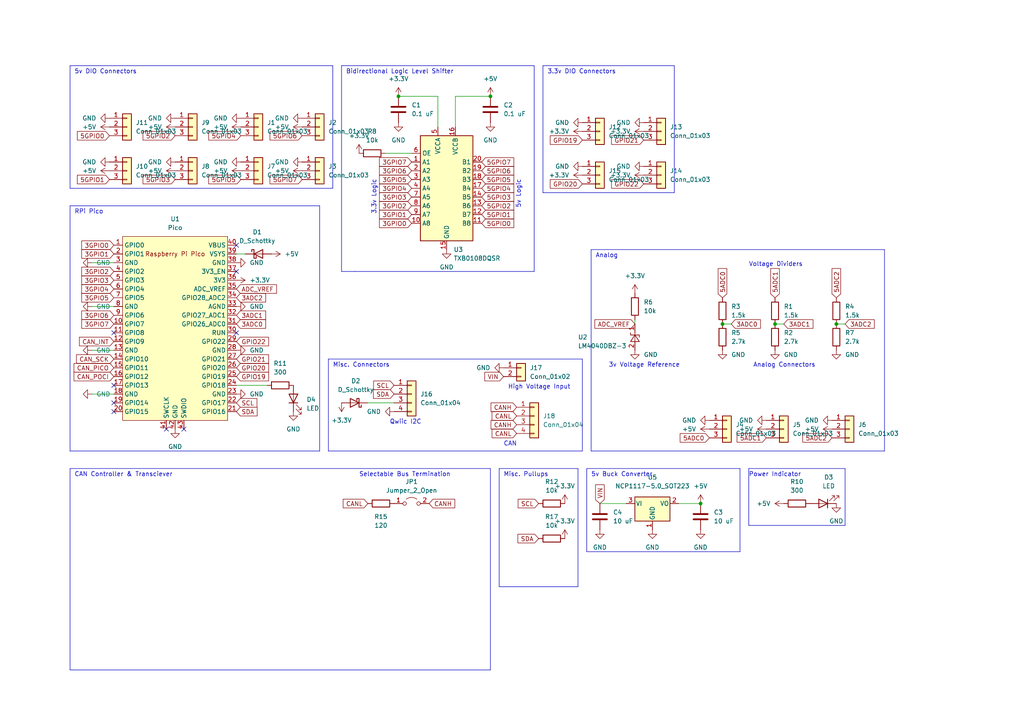
<source format=kicad_sch>
(kicad_sch (version 20230121) (generator eeschema)
  (paper "A4")
  (junction (at -31.75 153.67))
  (junction (at -72.39 156.21))
  (junction (at 242.57 93.98))
  (junction (at 209.55 93.98))
  (junction (at -26.67 153.67))
  (junction (at 115.57 27.94))
  (junction (at 142.24 27.94))
  (junction (at 203.2 146.05))
  (junction (at 224.79 93.98))
  (junction (at -26.67 143.51))
  (no_connect (at 68.58 71.12))
  (no_connect (at 33.02 111.76))
  (no_connect (at -57.15 185.42))
  (no_connect (at -57.15 182.88))
  (no_connect (at 53.34 124.46))
  (no_connect (at 33.02 96.52))
  (no_connect (at 33.02 119.38))
  (no_connect (at -57.15 175.26))
  (no_connect (at 48.26 124.46))
  (no_connect (at 33.02 116.84))
  (no_connect (at 68.58 96.52))
  (no_connect (at 68.58 78.74))
  (wire (pts (xy 71.12 73.66) (xy 68.58 73.66)))
  (polyline (pts (xy 256.54 72.39) (xy 256.54 130.81)))
  (polyline (pts (xy 102.87 78.74) (xy 154.94 78.74)))
  (polyline (pts (xy 214.63 135.89) (xy 214.63 160.02)))
  (wire (pts (xy -26.67 143.51) (xy -26.67 140.97)))
  (wire (pts (xy 173.99 146.05) (xy 181.61 146.05)))
  (polyline (pts (xy 99.06 78.74) (xy 102.87 78.74)))
  (polyline (pts (xy 142.24 194.31) (xy 142.24 135.89)))
  (wire (pts (xy -26.67 143.51) (xy -19.05 143.51)))
  (polyline (pts (xy 154.94 19.05) (xy 99.06 19.05)))
  (wire (pts (xy -26.67 153.67) (xy -26.67 165.1)))
  (wire (pts (xy -34.29 143.51) (xy -26.67 143.51)))
  (polyline (pts (xy 96.52 19.05) (xy 20.32 19.05)))
  (polyline (pts (xy 20.32 54.61) (xy 96.52 54.61)))
  (polyline (pts (xy 170.18 135.89) (xy 214.63 135.89)))
  (wire (pts (xy -34.29 135.89) (xy -30.48 135.89)))
  (polyline (pts (xy 217.17 152.4) (xy 245.11 152.4)))
  (polyline (pts (xy 195.58 19.05) (xy 157.48 19.05)))
  (polyline (pts (xy 217.17 135.89) (xy 217.17 152.4)))
  (polyline (pts (xy 92.71 130.81) (xy 20.32 130.81)))
  (wire (pts (xy -31.75 153.67) (xy -31.75 167.64)))
  (polyline (pts (xy -100.33 123.19) (xy -100.33 212.09)))
  (wire (pts (xy 227.33 93.98) (xy 224.79 93.98)))
  (polyline (pts (xy 95.25 104.14) (xy 168.91 104.14)))
  (wire (pts (xy -29.21 165.1) (xy -26.67 165.1)))
  (wire (pts (xy 106.68 116.84) (xy 114.3 116.84)))
  (wire (pts (xy -22.86 135.89) (xy -19.05 135.89)))
  (wire (pts (xy -72.39 156.21) (xy -72.39 165.1)))
  (polyline (pts (xy 95.25 130.81) (xy 95.25 104.14)))
  (wire (pts (xy 142.24 27.94) (xy 132.08 27.94)))
  (polyline (pts (xy 168.91 104.14) (xy 168.91 130.81)))
  (polyline (pts (xy 20.32 59.69) (xy 92.71 59.69)))
  (polyline (pts (xy 171.45 130.81) (xy 171.45 72.39)))
  (polyline (pts (xy 20.32 194.31) (xy 142.24 194.31)))
  (polyline (pts (xy 168.91 130.81) (xy 95.25 130.81)))
  (polyline (pts (xy 171.45 72.39) (xy 256.54 72.39)))
  (wire (pts (xy -26.67 153.67) (xy -24.13 153.67)))
  (wire (pts (xy 26.67 114.3) (xy 33.02 114.3)))
  (polyline (pts (xy 20.32 19.05) (xy 20.32 54.61)))
  (wire (pts (xy 212.09 93.98) (xy 209.55 93.98)))
  (polyline (pts (xy 20.32 135.89) (xy 20.32 194.31)))
  (wire (pts (xy 132.08 27.94) (xy 132.08 36.83)))
  (polyline (pts (xy 167.64 170.18) (xy 167.64 135.89)))
  (polyline (pts (xy 144.78 170.18) (xy 167.64 170.18)))
  (polyline (pts (xy 214.63 160.02) (xy 170.18 160.02)))
  (wire (pts (xy 26.67 88.9) (xy 33.02 88.9)))
  (polyline (pts (xy -10.16 123.19) (xy -100.33 123.19)))
  (polyline (pts (xy -100.33 212.09) (xy -8.89 212.09)))
  (wire (pts (xy 127 27.94) (xy 127 36.83)))
  (wire (pts (xy 115.57 27.94) (xy 127 27.94)))
  (polyline (pts (xy 256.54 130.81) (xy 171.45 130.81)))
  (polyline (pts (xy 144.78 135.89) (xy 144.78 170.18)))
  (polyline (pts (xy 20.32 130.81) (xy 20.32 59.69)))
  (wire (pts (xy -34.29 153.67) (xy -31.75 153.67)))
  (polyline (pts (xy 195.58 55.88) (xy 195.58 19.05)))
  (polyline (pts (xy -8.89 212.09) (xy -8.89 123.19)))
  (wire (pts (xy 26.67 76.2) (xy 33.02 76.2)))
  (polyline (pts (xy 99.06 19.05) (xy 99.06 78.74)))
  (wire (pts (xy -76.2 156.21) (xy -72.39 156.21)))
  (wire (pts (xy -29.21 165.1) (xy -29.21 167.64)))
  (polyline (pts (xy 154.94 78.74) (xy 154.94 19.05)))
  (wire (pts (xy 77.47 111.76) (xy 68.58 111.76)))
  (polyline (pts (xy 144.78 135.89) (xy 167.64 135.89)))
  (polyline (pts (xy -10.16 123.19) (xy -8.89 123.19)))
  (wire (pts (xy 26.67 101.6) (xy 33.02 101.6)))
  (polyline (pts (xy 142.24 135.89) (xy 20.32 135.89)))
  (wire (pts (xy 196.85 146.05) (xy 203.2 146.05)))
  (polyline (pts (xy 245.11 152.4) (xy 245.11 135.89)))
  (wire (pts (xy -88.9 175.26) (xy -87.63 175.26)))
  (polyline (pts (xy 245.11 135.89) (xy 217.17 135.89)))
  (polyline (pts (xy 157.48 19.05) (xy 157.48 55.88)))
  (wire (pts (xy -88.9 176.53) (xy -88.9 175.26)))
  (wire (pts (xy 184.15 92.71) (xy 184.15 93.98)))
  (polyline (pts (xy 157.48 55.88) (xy 195.58 55.88)))
  (polyline (pts (xy 96.52 54.61) (xy 96.52 19.05)))
  (polyline (pts (xy 92.71 59.69) (xy 92.71 130.81)))
  (wire (pts (xy 245.11 93.98) (xy 242.57 93.98)))
  (wire (pts (xy 111.76 44.45) (xy 119.38 44.45)))
  (polyline (pts (xy 170.18 135.89) (xy 170.18 160.02)))
  (text "Selectable Bus Termination" (at 104.14 138.43 0) (effects (font (size 1.27 1.27)) (justify left bottom)))
  (text "Power Indicator" (at 217.17 138.43 0) (effects (font (size 1.27 1.27)) (justify left bottom)))
  (text "Qwiic I2C" (at 113.03 123.19 0) (effects (font (size 1.27 1.27)) (justify left bottom)))
  (text "RPi Pico" (at 21.59 62.23 0) (effects (font (size 1.27 1.27)) (justify left bottom)))
  (text "5v Logic" (at 151.13 52.07 90) (effects (font (size 1.27 1.27)) (justify right bottom)))
  (text "High Voltage Input" (at 147.32 113.03 0) (effects (font (size 1.27 1.27)) (justify left bottom)))
  (text "5v Buck Converter" (at 171.45 138.43 0) (effects (font (size 1.27 1.27)) (justify left bottom)))
  (text "CAN Controller & Transciever" (at 21.59 138.43 0) (effects (font (size 1.27 1.27)) (justify left bottom)))
  (text "3v Voltage Reference" (at 176.53 106.68 0) (effects (font (size 1.27 1.27)) (justify left bottom)))
  (text "Analog Connectors" (at 218.44 106.68 0) (effects (font (size 1.27 1.27)) (justify left bottom)))
  (text "Voltage Dividers" (at 217.17 77.47 0) (effects (font (size 1.27 1.27)) (justify left bottom)))
  (text "3.3v DIO Connectors" (at 158.75 21.59 0) (effects (font (size 1.27 1.27)) (justify left bottom)))
  (text "Bidirectional Logic Level Shifter" (at 100.33 21.59 0) (effects (font (size 1.27 1.27)) (justify left bottom)))
  (text "Analog" (at 172.72 74.93 0) (effects (font (size 1.27 1.27)) (justify left bottom)))
  (text "CAN Transciever & Connector" (at -97.79 125.73 0) (effects (font (size 1.27 1.27)) (justify left bottom)))
  (text "5v DIO Connectors" (at 21.59 21.59 0) (effects (font (size 1.27 1.27)) (justify left bottom)))
  (text "CAN" (at 146.05 129.54 0) (effects (font (size 1.27 1.27)) (justify left bottom)))
  (text "3.3v Logic" (at 109.22 52.07 90) (effects (font (size 1.27 1.27)) (justify right bottom)))
  (text "Misc. Connectors" (at 96.52 106.68 0) (effects (font (size 1.27 1.27)) (justify left bottom)))
  (text "Misc. Pullups" (at 146.05 138.43 0) (effects (font (size 1.27 1.27)) (justify left bottom)))
  (label "CAN_CS" (at -88.9 176.53 180))
  (label "CAN_CLK_A" (at -87.63 182.88 180))
  (label "CAN_CLK_A" (at -34.29 135.89 180))
  (label "RXCAN" (at -41.91 175.26 180))
  (label "TXCAN" (at -57.15 172.72 0))
  (label "TXCAN" (at -41.91 172.72 180))
  (label "CAN_CLK_B" (at -19.05 135.89 0))
  (label "CAN_CLK_B" (at -87.63 185.42 180))
  (label "RXCAN" (at -57.15 170.18 0))
  (global_label "5GPIO4" (shape input) (at 69.85 39.37 180) (property "Intersheetrefs" "${INTERSHEET_REFS}" (effects hide)))
  (global_label "5GPIO6" (shape input) (at 139.7 49.53 0) (property "Intersheetrefs" "${INTERSHEET_REFS}" (effects hide)))
  (global_label "3GPIO7" (shape input) (at 33.02 93.98 180) (property "Intersheetrefs" "${INTERSHEET_REFS}" (effects hide)))
  (global_label "3GPIO2" (shape input) (at 119.38 59.69 180) (property "Intersheetrefs" "${INTERSHEET_REFS}" (effects hide)))
  (global_label "SCL" (shape input) (at 114.3 111.76 180) (property "Intersheetrefs" "${INTERSHEET_REFS}" (effects hide)))
  (global_label "GPIO22" (shape input) (at 186.69 53.34 180) (property "Intersheetrefs" "${INTERSHEET_REFS}" (effects hide)))
  (global_label "5GPIO0" (shape input) (at 31.75 39.37 180) (property "Intersheetrefs" "${INTERSHEET_REFS}" (effects hide)))
  (global_label "5GPIO7" (shape input) (at 139.7 46.99 0) (property "Intersheetrefs" "${INTERSHEET_REFS}" (effects hide)))
  (global_label "SDA" (shape input) (at 114.3 114.3 180) (property "Intersheetrefs" "${INTERSHEET_REFS}" (effects hide)))
  (global_label "3ADC2" (shape input) (at 68.58 86.36 0) (property "Intersheetrefs" "${INTERSHEET_REFS}" (effects hide)))
  (global_label "3GPIO7" (shape input) (at 119.38 46.99 180) (property "Intersheetrefs" "${INTERSHEET_REFS}" (effects hide)))
  (global_label "CAN_PICO" (shape input) (at -87.63 170.18 180) (property "Intersheetrefs" "${INTERSHEET_REFS}" (effects hide)))
  (global_label "5GPIO2" (shape input) (at 139.7 59.69 0) (property "Intersheetrefs" "${INTERSHEET_REFS}" (effects hide)))
  (global_label "3GPIO2" (shape input) (at 33.02 78.74 180) (property "Intersheetrefs" "${INTERSHEET_REFS}" (effects hide)))
  (global_label "GPIO21" (shape input) (at 68.58 104.14 0) (property "Intersheetrefs" "${INTERSHEET_REFS}" (effects hide)))
  (global_label "5GPIO3" (shape input) (at 139.7 57.15 0) (property "Intersheetrefs" "${INTERSHEET_REFS}" (effects hide)))
  (global_label "5GPIO3" (shape input) (at 50.8 52.07 180) (property "Intersheetrefs" "${INTERSHEET_REFS}" (effects hide)))
  (global_label "3GPIO4" (shape input) (at 33.02 83.82 180) (property "Intersheetrefs" "${INTERSHEET_REFS}" (effects hide)))
  (global_label "CAN_SCK" (shape input) (at -87.63 177.8 180) (property "Intersheetrefs" "${INTERSHEET_REFS}" (effects hide)))
  (global_label "3ADC1" (shape input) (at 68.58 91.44 0) (property "Intersheetrefs" "${INTERSHEET_REFS}" (effects hide)))
  (global_label "3GPIO4" (shape input) (at 119.38 54.61 180) (property "Intersheetrefs" "${INTERSHEET_REFS}" (effects hide)))
  (global_label "3GPIO1" (shape input) (at 119.38 62.23 180) (property "Intersheetrefs" "${INTERSHEET_REFS}" (effects hide)))
  (global_label "CANH" (shape input) (at -16.51 175.26 0) (property "Intersheetrefs" "${INTERSHEET_REFS}" (effects hide)))
  (global_label "CANH" (shape input) (at 149.86 123.19 180) (property "Intersheetrefs" "${INTERSHEET_REFS}" (effects hide)))
  (global_label "3GPIO6" (shape input) (at 119.38 49.53 180) (property "Intersheetrefs" "${INTERSHEET_REFS}" (effects hide)))
  (global_label "GPIO19" (shape input) (at 168.91 40.64 180) (property "Intersheetrefs" "${INTERSHEET_REFS}" (effects hide)))
  (global_label "3ADC2" (shape input) (at 245.11 93.98 0) (property "Intersheetrefs" "${INTERSHEET_REFS}" (effects hide)))
  (global_label "SCL" (shape input) (at 68.58 116.84 0) (property "Intersheetrefs" "${INTERSHEET_REFS}" (effects hide)))
  (global_label "3GPIO5" (shape input) (at 119.38 52.07 180) (property "Intersheetrefs" "${INTERSHEET_REFS}" (effects hide)))
  (global_label "ADC_VREF" (shape input) (at 68.58 83.82 0) (property "Intersheetrefs" "${INTERSHEET_REFS}" (effects hide)))
  (global_label "VIN" (shape input) (at 146.05 109.22 180) (property "Intersheetrefs" "${INTERSHEET_REFS}" (effects hide)))
  (global_label "CANH" (shape input) (at 149.86 118.11 180) (property "Intersheetrefs" "${INTERSHEET_REFS}" (effects hide)))
  (global_label "3GPIO3" (shape input) (at 119.38 57.15 180) (property "Intersheetrefs" "${INTERSHEET_REFS}" (effects hide)))
  (global_label "3ADC1" (shape input) (at 227.33 93.98 0) (property "Intersheetrefs" "${INTERSHEET_REFS}" (effects hide)))
  (global_label "5GPIO5" (shape input) (at 69.85 52.07 180) (property "Intersheetrefs" "${INTERSHEET_REFS}" (effects hide)))
  (global_label "3ADC0" (shape input) (at 212.09 93.98 0) (property "Intersheetrefs" "${INTERSHEET_REFS}" (effects hide)))
  (global_label "SDA" (shape input) (at 156.21 156.21 180) (property "Intersheetrefs" "${INTERSHEET_REFS}" (effects hide)))
  (global_label "CANL" (shape input) (at -90.17 195.58 180) (property "Intersheetrefs" "${INTERSHEET_REFS}" (effects hide)))
  (global_label "5GPIO4" (shape input) (at 139.7 54.61 0) (property "Intersheetrefs" "${INTERSHEET_REFS}" (effects hide)))
  (global_label "5GPIO2" (shape input) (at 50.8 39.37 180) (property "Intersheetrefs" "${INTERSHEET_REFS}" (effects hide)))
  (global_label "GPIO20" (shape input) (at 168.91 53.34 180) (property "Intersheetrefs" "${INTERSHEET_REFS}" (effects hide)))
  (global_label "GPIO19" (shape input) (at 68.58 109.22 0) (property "Intersheetrefs" "${INTERSHEET_REFS}" (effects hide)))
  (global_label "5ADC1" (shape input) (at 224.79 86.36 90) (property "Intersheetrefs" "${INTERSHEET_REFS}" (effects hide)))
  (global_label "CANH" (shape input) (at -85.09 195.58 0) (property "Intersheetrefs" "${INTERSHEET_REFS}" (effects hide)))
  (global_label "5ADC0" (shape input) (at 209.55 86.36 90) (property "Intersheetrefs" "${INTERSHEET_REFS}" (effects hide)))
  (global_label "5GPIO1" (shape input) (at 31.75 52.07 180) (property "Intersheetrefs" "${INTERSHEET_REFS}" (effects hide)))
  (global_label "CANL" (shape input) (at 149.86 125.73 180) (property "Intersheetrefs" "${INTERSHEET_REFS}" (effects hide)))
  (global_label "5GPIO7" (shape input) (at 87.63 52.07 180) (property "Intersheetrefs" "${INTERSHEET_REFS}" (effects hide)))
  (global_label "5ADC1" (shape input) (at 222.25 127 180) (property "Intersheetrefs" "${INTERSHEET_REFS}" (effects hide)))
  (global_label "3GPIO0" (shape input) (at 33.02 71.12 180) (property "Intersheetrefs" "${INTERSHEET_REFS}" (effects hide)))
  (global_label "3GPIO3" (shape input) (at 33.02 81.28 180) (property "Intersheetrefs" "${INTERSHEET_REFS}" (effects hide)))
  (global_label "3GPIO6" (shape input) (at 33.02 91.44 180) (property "Intersheetrefs" "${INTERSHEET_REFS}" (effects hide)))
  (global_label "GPIO20" (shape input) (at 68.58 106.68 0) (property "Intersheetrefs" "${INTERSHEET_REFS}" (effects hide)))
  (global_label "SCL" (shape input) (at 156.21 146.05 180) (property "Intersheetrefs" "${INTERSHEET_REFS}" (effects hide)))
  (global_label "CAN_INT" (shape input) (at -57.15 180.34 0) (property "Intersheetrefs" "${INTERSHEET_REFS}" (effects hide)))
  (global_label "CAN_INT" (shape input) (at 33.02 99.06 180) (property "Intersheetrefs" "${INTERSHEET_REFS}" (effects hide)))
  (global_label "3ADC0" (shape input) (at 68.58 93.98 0) (property "Intersheetrefs" "${INTERSHEET_REFS}" (effects hide)))
  (global_label "CAN_PICO" (shape input) (at 33.02 106.68 180) (property "Intersheetrefs" "${INTERSHEET_REFS}" (effects hide)))
  (global_label "5ADC2" (shape input) (at 242.57 86.36 90) (property "Intersheetrefs" "${INTERSHEET_REFS}" (effects hide)))
  (global_label "CAN_POCI" (shape input) (at -87.63 172.72 180) (property "Intersheetrefs" "${INTERSHEET_REFS}" (effects hide)))
  (global_label "CAN_INT" (shape input) (at -46.99 204.47 0) (property "Intersheetrefs" "${INTERSHEET_REFS}" (effects hide)))
  (global_label "5GPIO0" (shape input) (at 139.7 64.77 0) (property "Intersheetrefs" "${INTERSHEET_REFS}" (effects hide)))
  (global_label "5GPIO6" (shape input) (at 87.63 39.37 180) (property "Intersheetrefs" "${INTERSHEET_REFS}" (effects hide)))
  (global_label "GPIO22" (shape input) (at 68.58 99.06 0) (property "Intersheetrefs" "${INTERSHEET_REFS}" (effects hide)))
  (global_label "CAN_SCK" (shape input) (at 33.02 104.14 180) (property "Intersheetrefs" "${INTERSHEET_REFS}" (effects hide)))
  (global_label "3GPIO1" (shape input) (at 33.02 73.66 180) (property "Intersheetrefs" "${INTERSHEET_REFS}" (effects hide)))
  (global_label "5ADC0" (shape input) (at 205.74 127 180) (property "Intersheetrefs" "${INTERSHEET_REFS}" (effects hide)))
  (global_label "CAN_POCI" (shape input) (at 33.02 109.22 180) (property "Intersheetrefs" "${INTERSHEET_REFS}" (effects hide)))
  (global_label "CANH" (shape input) (at 124.46 146.05 0) (property "Intersheetrefs" "${INTERSHEET_REFS}" (effects hide)))
  (global_label "SDA" (shape input) (at 68.58 119.38 0) (property "Intersheetrefs" "${INTERSHEET_REFS}" (effects hide)))
  (global_label "CANL" (shape input) (at -16.51 180.34 0) (property "Intersheetrefs" "${INTERSHEET_REFS}" (effects hide)))
  (global_label "5ADC2" (shape input) (at 241.3 127 180) (property "Intersheetrefs" "${INTERSHEET_REFS}" (effects hide)))
  (global_label "CAN_CS" (shape input) (at -46.99 196.85 0) (property "Intersheetrefs" "${INTERSHEET_REFS}" (effects hide)))
  (global_label "VIN" (shape input) (at 173.99 146.05 90) (property "Intersheetrefs" "${INTERSHEET_REFS}" (effects hide)))
  (global_label "3GPIO5" (shape input) (at 33.02 86.36 180) (property "Intersheetrefs" "${INTERSHEET_REFS}" (effects hide)))
  (global_label "CANL" (shape input) (at 106.68 146.05 180) (property "Intersheetrefs" "${INTERSHEET_REFS}" (effects hide)))
  (global_label "GPIO21" (shape input) (at 186.69 40.64 180) (property "Intersheetrefs" "${INTERSHEET_REFS}" (effects hide)))
  (global_label "5GPIO1" (shape input) (at 139.7 62.23 0) (property "Intersheetrefs" "${INTERSHEET_REFS}" (effects hide)))
  (global_label "3GPIO0" (shape input) (at 119.38 64.77 180) (property "Intersheetrefs" "${INTERSHEET_REFS}" (effects hide)))
  (global_label "CANL" (shape input) (at 149.86 120.65 180) (property "Intersheetrefs" "${INTERSHEET_REFS}" (effects hide)))
  (global_label "5GPIO5" (shape input) (at 139.7 52.07 0) (property "Intersheetrefs" "${INTERSHEET_REFS}" (effects hide)))
  (global_label "ADC_VREF" (shape input) (at 184.15 93.98 180) (property "Intersheetrefs" "${INTERSHEET_REFS}" (effects hide)))
  (symbol (lib_id "power:+3.3V") (at -54.61 204.47 90) (unit 1)
    (property "Reference" "#PWR069" (effects hide))
    (property "Value" "+3.3V" (at -57.15 204.47 90) (effects (justify left)))
  )
  (symbol (lib_id "power:GND") (at 241.3 121.92 270) (unit 1)
    (property "Reference" "#PWR0110" (effects hide))
    (property "Value" "GND" (at 237.49 121.9199 90) (effects (justify right)))
  )
  (symbol (lib_id "Connector_Generic:Conn_01x04") (at 119.38 114.3 0) (unit 1)
    (property "Reference" "J16" (at 121.92 114.2999 0) (effects (justify left)))
    (property "Value" "Conn_01x04" (at 121.92 116.8399 0) (effects (justify left)))
    (property "Footprint" "Connector_JST:JST_SH_BM04B-SRSS-TB_1x04-1MP_P1.00mm_Vertical" (effects hide))
  )
  (symbol (lib_id "power:+5V") (at 142.24 27.94 0) (unit 1)
    (property "Reference" "#PWR022" (effects hide))
    (property "Value" "+5V" (at 142.24 22.86 0))
  )
  (symbol (lib_id "power:+3.3V") (at 99.06 116.84 180) (unit 1)
    (property "Reference" "#PWR055" (effects hide))
    (property "Value" "+3.3V" (at 99.06 121.92 0))
  )
  (symbol (lib_id "Device:R") (at 110.49 146.05 270) (unit 1)
    (property "Reference" "R15" (at 110.49 149.86 90))
    (property "Value" "120" (at 110.49 152.4 90))
    (property "Footprint" "Resistor_SMD:R_0402_1005Metric" (effects hide))
  )
  (symbol (lib_id "Logic_LevelTranslator:TXB0108DQSR") (at 129.54 54.61 0) (unit 1)
    (property "Reference" "U3" (at 131.5594 72.39 0) (effects (justify left)))
    (property "Value" "TXB0108DQSR" (at 131.5594 74.93 0) (effects (justify left)))
    (property "Footprint" "Package_SO:TSSOP-20_4.4x6.5mm_P0.65mm" (effects hide))
    (property "Datasheet" "http://www.ti.com/lit/ds/symlink/txb0108.pdf" (effects hide))
  )
  (symbol (lib_id "Device:C") (at -19.05 139.7 0) (unit 1)
    (property "Reference" "C13" (at -12.7 142.24 90) (effects (justify left)))
    (property "Value" "10 pF" (at -15.24 142.24 90) (effects (justify left)))
    (property "Footprint" "Capacitor_SMD:C_0402_1005Metric" (effects hide))
  )
  (symbol (lib_id "Regulator_Linear:NCP1117-5.0_SOT223") (at 189.23 146.05 0) (unit 1)
    (property "Reference" "U5" (at 189.23 138.43 0))
    (property "Value" "NCP1117-5.0_SOT223" (at 189.23 140.97 0))
    (property "Footprint" "Package_TO_SOT_SMD:SOT-223-3_TabPin2" (effects hide))
    (property "Datasheet" "http://www.onsemi.com/pub_link/Collateral/NCP1117-D.PDF" (effects hide))
  )
  (symbol (lib_id "Connector_Generic:Conn_01x03") (at 210.82 124.46 0) (unit 1)
    (property "Reference" "J4" (at 213.36 123.19 0) (effects (justify left)))
    (property "Value" "Conn_01x03" (at 213.36 125.73 0) (effects (justify left)))
    (property "Footprint" "Connector_JST:JST_XH_B3B-XH-A_1x03_P2.50mm_Vertical" (effects hide))
  )
  (symbol (lib_id "Connector_Generic:Conn_01x03") (at 36.83 49.53 0) (unit 1)
    (property "Reference" "J10" (at 39.37 48.26 0) (effects (justify left)))
    (property "Value" "Conn_01x03" (at 39.37 50.8 0) (effects (justify left)))
    (property "Footprint" "Connector_JST:JST_XH_B3B-XH-A_1x03_P2.50mm_Vertical" (effects hide))
  )
  (symbol (lib_id "Device:R") (at 242.57 90.17 0) (unit 1)
    (property "Reference" "R4" (at 245.11 88.8999 0) (effects (justify left)))
    (property "Value" "1.5k" (at 245.11 91.4399 0) (effects (justify left)))
    (property "Footprint" "Resistor_SMD:R_0402_1005Metric" (effects hide))
  )
  (symbol (lib_id "power:+5V") (at 203.2 146.05 0) (unit 1)
    (property "Reference" "#PWR04" (effects hide))
    (property "Value" "+5V" (at 203.2 140.97 0))
  )
  (symbol (lib_id "Connector_Generic:Conn_01x03") (at 36.83 36.83 0) (unit 1)
    (property "Reference" "J11" (at 39.37 35.56 0) (effects (justify left)))
    (property "Value" "Conn_01x03" (at 39.37 38.1 0) (effects (justify left)))
    (property "Footprint" "Connector_JST:JST_XH_B3B-XH-A_1x03_P2.50mm_Vertical" (effects hide))
  )
  (symbol (lib_id "Connector_Generic:Conn_01x03") (at 246.38 124.46 0) (unit 1)
    (property "Reference" "J6" (at 248.92 123.19 0) (effects (justify left)))
    (property "Value" "Conn_01x03" (at 248.92 125.73 0) (effects (justify left)))
    (property "Footprint" "Connector_JST:JST_XH_B3B-XH-A_1x03_P2.50mm_Vertical" (effects hide))
  )
  (symbol (lib_id "Device:C") (at 173.99 149.86 0) (unit 1)
    (property "Reference" "C4" (at 177.8 148.5899 0) (effects (justify left)))
    (property "Value" "10 uF" (at 177.8 151.1299 0) (effects (justify left)))
    (property "Footprint" "Capacitor_SMD:C_0805_2012Metric" (effects hide))
  )
  (symbol (lib_id "Device:R") (at 81.28 111.76 270) (unit 1)
    (property "Reference" "R11" (at 81.28 105.41 90))
    (property "Value" "300" (at 81.28 107.95 90))
    (property "Footprint" "Resistor_SMD:R_0402_1005Metric" (effects hide))
  )
  (symbol (lib_id "power:GND") (at 68.58 88.9 90) (unit 1)
    (property "Reference" "#PWR0113" (effects hide))
    (property "Value" "GND" (at 72.39 88.8999 90) (effects (justify right)))
  )
  (symbol (lib_id "power:+5V") (at 69.85 49.53 90) (unit 1)
    (property "Reference" "#PWR035" (effects hide))
    (property "Value" "+5V" (at 66.04 49.5299 90) (effects (justify left)))
  )
  (symbol (lib_id "power:GND") (at 50.8 46.99 270) (unit 1)
    (property "Reference" "#PWR030" (effects hide))
    (property "Value" "GND" (at 46.99 46.9899 90) (effects (justify right)))
  )
  (symbol (lib_id "power:GND") (at 129.54 72.39 0) (unit 1)
    (property "Reference" "#PWR021" (effects hide))
    (property "Value" "GND" (at 129.54 77.47 0))
  )
  (symbol (lib_id "Connector_Generic:Conn_01x02") (at 151.13 106.68 0) (unit 1)
    (property "Reference" "J17" (at 153.67 106.68 0) (effects (justify left)))
    (property "Value" "Conn_01x02" (at 153.67 109.22 0) (effects (justify left)))
    (property "Footprint" "Connector_JST:JST_XH_B2B-XH-A_1x02_P2.50mm_Vertical" (effects hide))
  )
  (symbol (lib_id "power:GND") (at 26.67 88.9 270) (unit 1)
    (property "Reference" "#PWR08" (effects hide))
    (property "Value" "GND" (at 27.94 88.8999 90) (effects (justify left)))
  )
  (symbol (lib_id "power:+5V") (at 87.63 36.83 90) (unit 1)
    (property "Reference" "#PWR037" (effects hide))
    (property "Value" "+5V" (at 83.82 36.8299 90) (effects (justify left)))
  )
  (symbol (lib_id "Connector_Generic:Conn_01x03") (at 55.88 49.53 0) (unit 1)
    (property "Reference" "J8" (at 58.42 48.26 0) (effects (justify left)))
    (property "Value" "Conn_01x03" (at 58.42 50.8 0) (effects (justify left)))
    (property "Footprint" "Connector_JST:JST_XH_B3B-XH-A_1x03_P2.50mm_Vertical" (effects hide))
  )
  (symbol (lib_id "Device:C") (at -76.2 160.02 0) (unit 1)
    (property "Reference" "C7" (at -82.55 154.94 0) (effects (justify left)))
    (property "Value" "0.1 uF" (at -82.55 157.48 0) (effects (justify left)))
    (property "Footprint" "Capacitor_SMD:C_0402_1005Metric" (effects hide))
  )
  (symbol (lib_id "power:GND") (at 209.55 101.6 0) (unit 1)
    (property "Reference" "#PWR0111" (effects hide))
    (property "Value" "GND" (at 212.09 102.8699 0) (effects (justify left)))
  )
  (symbol (lib_id "Power_Protection:NUP2105L") (at -87.63 200.66 0) (unit 1)
    (property "Reference" "D5" (at -80.01 199.39 0) (effects (justify left)))
    (property "Value" "NUP2105L" (at -80.01 201.93 0) (effects (justify left)))
    (property "Footprint" "Package_TO_SOT_SMD:SOT-23" (effects hide))
    (property "Datasheet" "http://www.onsemi.com/pub_link/Collateral/NUP2105L-D.PDF" (effects hide))
  )
  (symbol (lib_id "power:GND") (at 205.74 121.92 270) (unit 1)
    (property "Reference" "#PWR0109" (effects hide))
    (property "Value" "GND" (at 201.93 121.9199 90) (effects (justify right)))
  )
  (symbol (lib_id "power:GND") (at 222.25 121.92 270) (unit 1)
    (property "Reference" "#PWR0108" (effects hide))
    (property "Value" "GND" (at 218.44 121.9199 90) (effects (justify right)))
  )
  (symbol (lib_id "power:+3.3V") (at 168.91 38.1 90) (unit 1)
    (property "Reference" "#PWR046" (effects hide))
    (property "Value" "+3.3V" (at 165.1 38.0999 90) (effects (justify left)))
  )
  (symbol (lib_id "Jumper:Jumper_2_Open") (at 119.38 146.05 0) (unit 1)
    (property "Reference" "JP1" (at 119.38 139.7 0))
    (property "Value" "Jumper_2_Open" (at 119.38 142.24 0))
    (property "Footprint" "Jumper:SolderJumper-2_P1.3mm_Open_TrianglePad1.0x1.5mm" (effects hide))
  )
  (symbol (lib_id "power:+5V") (at 50.8 36.83 90) (unit 1)
    (property "Reference" "#PWR029" (effects hide))
    (property "Value" "+5V" (at 46.99 36.8299 90) (effects (justify left)))
  )
  (symbol (lib_id "Interface_CAN_LIN:MCP2542FDxMF") (at -29.21 177.8 0) (unit 1)
    (property "Reference" "U8" (at -27.2541 187.96 0) (effects (justify left)))
    (property "Value" "MCP2542FDxMF" (at -27.2541 190.5 0) (effects (justify left)))
    (property "Footprint" "Package_DFN_QFN:DFN-8-1EP_3x3mm_P0.65mm_EP1.55x2.4mm" (effects hide))
    (property "Datasheet" "http://ww1.microchip.com/downloads/en/DeviceDoc/MCP2542FD-4FD-MCP2542WFD-4WFD-Data-Sheet20005514B.pdf" (effects hide))
  )
  (symbol (lib_id "power:+3.3V") (at 163.83 146.05 0) (unit 1)
    (property "Reference" "#PWR0103" (effects hide))
    (property "Value" "+3.3V" (at 163.83 140.97 0))
  )
  (symbol (lib_id "power:GND") (at 173.99 153.67 0) (unit 1)
    (property "Reference" "#PWR02" (effects hide))
    (property "Value" "GND" (at 173.99 158.75 0))
  )
  (symbol (lib_id "power:GND") (at 114.3 119.38 270) (unit 1)
    (property "Reference" "#PWR053" (effects hide))
    (property "Value" "GND" (at 110.49 119.3799 90) (effects (justify right)))
  )
  (symbol (lib_id "power:+5V") (at 50.8 49.53 90) (unit 1)
    (property "Reference" "#PWR031" (effects hide))
    (property "Value" "+5V" (at 46.99 49.5299 90) (effects (justify left)))
  )
  (symbol (lib_id "Device:LED") (at 85.09 115.57 90) (unit 1)
    (property "Reference" "D4" (at 88.9 115.8874 90) (effects (justify right)))
    (property "Value" "LED" (at 88.9 118.4274 90) (effects (justify right)))
    (property "Footprint" "LED_SMD:LED_0603_1608Metric" (effects hide))
  )
  (symbol (lib_id "Device:D_Schottky") (at 74.93 73.66 0) (unit 1)
    (property "Reference" "D1" (at 74.6125 67.31 0))
    (property "Value" "D_Schottky" (at 74.6125 69.85 0))
    (property "Footprint" "Diode_SMD:D_0603_1608Metric" (effects hide))
  )
  (symbol (lib_id "Connector_Generic:Conn_01x03") (at 191.77 38.1 0) (unit 1)
    (property "Reference" "J13" (at 194.31 36.83 0) (effects (justify left)))
    (property "Value" "Conn_01x03" (at 194.31 39.37 0) (effects (justify left)))
    (property "Footprint" "Connector_JST:JST_XH_B3B-XH-A_1x03_P2.50mm_Vertical" (effects hide))
  )
  (symbol (lib_id "power:GND") (at -34.29 161.29 0) (unit 1)
    (property "Reference" "#PWR071" (effects hide))
    (property "Value" "GND" (at -38.1 162.56 0))
  )
  (symbol (lib_id "power:+3.3V") (at 68.58 81.28 270) (unit 1)
    (property "Reference" "#PWR0101" (effects hide))
    (property "Value" "+3.3V" (at 72.39 81.2799 90) (effects (justify left)))
  )
  (symbol (lib_id "power:GND") (at 26.67 114.3 270) (unit 1)
    (property "Reference" "#PWR010" (effects hide))
    (property "Value" "GND" (at 27.94 114.2999 90) (effects (justify left)))
  )
  (symbol (lib_id "power:GND") (at 68.58 101.6 90) (unit 1)
    (property "Reference" "#PWR015" (effects hide))
    (property "Value" "GND" (at 72.39 101.5999 90) (effects (justify right)))
  )
  (symbol (lib_id "power:GND") (at 26.67 101.6 270) (unit 1)
    (property "Reference" "#PWR09" (effects hide))
    (property "Value" "GND" (at 27.94 101.5999 90) (effects (justify left)))
  )
  (symbol (lib_id "power:GND") (at 168.91 35.56 270) (unit 1)
    (property "Reference" "#PWR045" (effects hide))
    (property "Value" "GND" (at 165.1 35.5599 90) (effects (justify right)))
  )
  (symbol (lib_id "Connector_Generic:Conn_01x03") (at 74.93 36.83 0) (unit 1)
    (property "Reference" "J1" (at 77.47 35.56 0) (effects (justify left)))
    (property "Value" "Conn_01x03" (at 77.47 38.1 0) (effects (justify left)))
    (property "Footprint" "Connector_JST:JST_XH_B3B-XH-A_1x03_P2.50mm_Vertical" (effects hide))
  )
  (symbol (lib_id "power:GND") (at 168.91 48.26 270) (unit 1)
    (property "Reference" "#PWR047" (effects hide))
    (property "Value" "GND" (at 165.1 48.2599 90) (effects (justify right)))
  )
  (symbol (lib_id "Device:R") (at 184.15 88.9 0) (unit 1)
    (property "Reference" "R6" (at 186.69 87.6299 0) (effects (justify left)))
    (property "Value" "10k" (at 186.69 90.1699 0) (effects (justify left)))
    (property "Footprint" "Resistor_SMD:R_0402_1005Metric" (effects hide))
  )
  (symbol (lib_id "power:GND") (at 146.05 106.68 270) (unit 1)
    (property "Reference" "#PWR01" (effects hide))
    (property "Value" "GND" (at 142.24 106.6799 90) (effects (justify right)))
  )
  (symbol (lib_id "power:+5V") (at 205.74 124.46 90) (unit 1)
    (property "Reference" "#PWR054" (effects hide))
    (property "Value" "+5V" (at 201.93 124.4599 90) (effects (justify left)))
  )
  (symbol (lib_id "power:GND") (at 186.69 48.26 270) (unit 1)
    (property "Reference" "#PWR051" (effects hide))
    (property "Value" "GND" (at 182.88 48.2599 90) (effects (justify right)))
  )
  (symbol (lib_id "Device:Crystal_GND24") (at -26.67 135.89 0) (unit 1)
    (property "Reference" "Y1" (at -19.05 128.27 0))
    (property "Value" "40 MHz 9 pF" (at -19.05 130.81 0))
    (property "Footprint" "Crystal:Crystal_SMD_3225-4Pin_3.2x2.5mm" (effects hide))
  )
  (symbol (lib_id "Connector_Generic:Conn_01x03") (at 191.77 50.8 0) (unit 1)
    (property "Reference" "J14" (at 194.31 49.53 0) (effects (justify left)))
    (property "Value" "Conn_01x03" (at 194.31 52.07 0) (effects (justify left)))
    (property "Footprint" "Connector_JST:JST_XH_B3B-XH-A_1x03_P2.50mm_Vertical" (effects hide))
  )
  (symbol (lib_id "Device:R") (at -50.8 196.85 90) (unit 1)
    (property "Reference" "R19" (at -50.8 191.77 90))
    (property "Value" "1k" (at -50.8 194.31 90))
    (property "Footprint" "Resistor_SMD:R_0402_1005Metric" (effects hide))
  )
  (symbol (lib_id "power:+3.3V") (at 184.15 85.09 0) (unit 1)
    (property "Reference" "#PWR014" (effects hide))
    (property "Value" "+3.3V" (at 184.15 80.01 0))
  )
  (symbol (lib_id "power:GND") (at 31.75 46.99 270) (unit 1)
    (property "Reference" "#PWR026" (effects hide))
    (property "Value" "GND" (at 27.94 46.9899 90) (effects (justify right)))
  )
  (symbol (lib_id "Device:R") (at 160.02 156.21 270) (unit 1)
    (property "Reference" "R17" (at 160.02 149.86 90))
    (property "Value" "10k" (at 160.02 152.4 90))
    (property "Footprint" "Resistor_SMD:R_0402_1005Metric" (effects hide))
  )
  (symbol (lib_id "power:+3.3V") (at 186.69 38.1 90) (unit 1)
    (property "Reference" "#PWR050" (effects hide))
    (property "Value" "+3.3V" (at 182.88 38.0999 90) (effects (justify left)))
  )
  (symbol (lib_id "power:+5V") (at 78.74 73.66 270) (unit 1)
    (property "Reference" "#PWR017" (effects hide))
    (property "Value" "+5V" (at 82.55 73.6599 90) (effects (justify left)))
  )
  (symbol (lib_id "power:GND") (at 115.57 35.56 0) (unit 1)
    (property "Reference" "#PWR020" (effects hide))
    (property "Value" "GND" (at 115.57 40.64 0))
  )
  (symbol (lib_id "power:GND") (at 87.63 34.29 270) (unit 1)
    (property "Reference" "#PWR036" (effects hide))
    (property "Value" "GND" (at 83.82 34.2899 90) (effects (justify right)))
  )
  (symbol (lib_id "power:GND") (at -26.67 130.81 180) (unit 1)
    (property "Reference" "#PWR074" (effects hide))
    (property "Value" "GND" (at -26.67 125.73 0))
  )
  (symbol (lib_id "Device:LED") (at 238.76 146.05 180) (unit 1)
    (property "Reference" "D3" (at 240.3475 138.43 0))
    (property "Value" "LED" (at 240.3475 140.97 0))
    (property "Footprint" "LED_SMD:LED_0603_1608Metric" (effects hide))
  )
  (symbol (lib_id "power:GND") (at 50.8 34.29 270) (unit 1)
    (property "Reference" "#PWR028" (effects hide))
    (property "Value" "GND" (at 46.99 34.2899 90) (effects (justify right)))
  )
  (symbol (lib_id "Connector_Generic:Conn_01x03") (at 227.33 124.46 0) (unit 1)
    (property "Reference" "J5" (at 229.87 123.19 0) (effects (justify left)))
    (property "Value" "Conn_01x03" (at 229.87 125.73 0) (effects (justify left)))
    (property "Footprint" "Connector_JST:JST_XH_B3B-XH-A_1x03_P2.50mm_Vertical" (effects hide))
  )
  (symbol (lib_id "power:GND") (at -87.63 205.74 0) (unit 1)
    (property "Reference" "#PWR041" (effects hide))
    (property "Value" "GND" (at -87.63 210.82 0))
  )
  (symbol (lib_id "power:GND") (at 69.85 34.29 270) (unit 1)
    (property "Reference" "#PWR032" (effects hide))
    (property "Value" "GND" (at 66.04 34.2899 90) (effects (justify right)))
  )
  (symbol (lib_id "power:GND") (at 26.67 76.2 270) (unit 1)
    (property "Reference" "#PWR07" (effects hide))
    (property "Value" "GND" (at 27.94 76.1999 90) (effects (justify left)))
  )
  (symbol (lib_id "power:+5V") (at 87.63 49.53 90) (unit 1)
    (property "Reference" "#PWR039" (effects hide))
    (property "Value" "+5V" (at 83.82 49.5299 90) (effects (justify left)))
  )
  (symbol (lib_id "power:GND") (at 87.63 46.99 270) (unit 1)
    (property "Reference" "#PWR038" (effects hide))
    (property "Value" "GND" (at 83.82 46.9899 90) (effects (justify right)))
  )
  (symbol (lib_id "Device:R") (at 242.57 97.79 0) (unit 1)
    (property "Reference" "R7" (at 245.11 96.5199 0) (effects (justify left)))
    (property "Value" "2.7k" (at 245.11 99.0599 0) (effects (justify left)))
    (property "Footprint" "Resistor_SMD:R_0402_1005Metric" (effects hide))
  )
  (symbol (lib_id "power:+5V") (at 227.33 146.05 90) (unit 1)
    (property "Reference" "#PWR062" (effects hide))
    (property "Value" "+5V" (at 223.52 146.0499 90) (effects (justify left)))
  )
  (symbol (lib_id "power:+3.3V") (at 115.57 27.94 0) (unit 1)
    (property "Reference" "#PWR019" (effects hide))
    (property "Value" "+3.3V" (at 115.57 22.86 0))
  )
  (symbol (lib_id "Device:R") (at 231.14 146.05 270) (unit 1)
    (property "Reference" "R10" (at 231.14 139.7 90))
    (property "Value" "300" (at 231.14 142.24 90))
    (property "Footprint" "Resistor_SMD:R_0402_1005Metric" (effects hide))
  )
  (symbol (lib_id "power:GND") (at 242.57 101.6 0) (unit 1)
    (property "Reference" "#PWR0112" (effects hide))
    (property "Value" "GND" (at 245.11 102.8699 0) (effects (justify left)))
  )
  (symbol (lib_id "power:+3.3V") (at 104.14 44.45 0) (unit 1)
    (property "Reference" "#PWR018" (effects hide))
    (property "Value" "+3.3V" (at 104.14 39.37 0))
  )
  (symbol (lib_id "Device:R") (at 160.02 146.05 270) (unit 1)
    (property "Reference" "R12" (at 160.02 139.7 90))
    (property "Value" "10k" (at 160.02 142.24 90))
    (property "Footprint" "Resistor_SMD:R_0402_1005Metric" (effects hide))
  )
  (symbol (lib_id "power:+5V") (at 31.75 49.53 90) (unit 1)
    (property "Reference" "#PWR027" (effects hide))
    (property "Value" "+5V" (at 27.94 49.5299 90) (effects (justify left)))
  )
  (symbol (lib_id "power:+3.3V") (at 168.91 50.8 90) (unit 1)
    (property "Reference" "#PWR048" (effects hide))
    (property "Value" "+3.3V" (at 165.1 50.7999 90) (effects (justify left)))
  )
  (symbol (lib_id "power:GND") (at 69.85 46.99 270) (unit 1)
    (property "Reference" "#PWR034" (effects hide))
    (property "Value" "GND" (at 66.04 46.9899 90) (effects (justify right)))
  )
  (symbol (lib_id "Connector_Generic:Conn_01x03") (at 173.99 50.8 0) (unit 1)
    (property "Reference" "J15" (at 176.53 49.53 0) (effects (justify left)))
    (property "Value" "Conn_01x03" (at 176.53 52.07 0) (effects (justify left)))
    (property "Footprint" "Connector_JST:JST_XH_B3B-XH-A_1x03_P2.50mm_Vertical" (effects hide))
  )
  (symbol (lib_id "power:+5V") (at -26.67 153.67 0) (unit 1)
    (property "Reference" "#PWR076" (effects hide))
    (property "Value" "+5V" (at -26.67 148.59 0))
  )
  (symbol (lib_id "Connector_Generic:Conn_01x03") (at 173.99 38.1 0) (unit 1)
    (property "Reference" "J12" (at 176.53 36.83 0) (effects (justify left)))
    (property "Value" "Conn_01x03" (at 176.53 39.37 0) (effects (justify left)))
    (property "Footprint" "Connector_JST:JST_XH_B3B-XH-A_1x03_P2.50mm_Vertical" (effects hide))
  )
  (symbol (lib_id "Connector_Generic:Conn_01x03") (at 55.88 36.83 0) (unit 1)
    (property "Reference" "J9" (at 58.42 35.56 0) (effects (justify left)))
    (property "Value" "Conn_01x03" (at 58.42 38.1 0) (effects (justify left)))
    (property "Footprint" "Connector_JST:JST_XH_B3B-XH-A_1x03_P2.50mm_Vertical" (effects hide))
  )
  (symbol (lib_id "power:GND") (at 142.24 35.56 0) (unit 1)
    (property "Reference" "#PWR023" (effects hide))
    (property "Value" "GND" (at 142.24 40.64 0))
  )
  (symbol (lib_id "Device:R") (at 107.95 44.45 90) (unit 1)
    (property "Reference" "R8" (at 107.95 38.1 90))
    (property "Value" "10k" (at 107.95 40.64 90))
    (property "Footprint" "Resistor_SMD:R_0402_1005Metric" (effects hide))
  )
  (symbol (lib_id "Device:D_Schottky") (at 102.87 116.84 180) (unit 1)
    (property "Reference" "D2" (at 103.1875 110.49 0))
    (property "Value" "D_Schottky" (at 103.1875 113.03 0))
    (property "Footprint" "Diode_SMD:D_0603_1608Metric" (effects hide))
  )
  (symbol (lib_id "power:GND") (at 189.23 153.67 0) (unit 1)
    (property "Reference" "#PWR03" (effects hide))
    (property "Value" "GND" (at 189.23 158.75 0))
  )
  (symbol (lib_id "power:+3.3V") (at -31.75 153.67 0) (unit 1)
    (property "Reference" "#PWR072" (effects hide))
    (property "Value" "+3.3V" (at -31.75 148.59 0))
  )
  (symbol (lib_id "power:GND") (at -41.91 182.88 0) (unit 1)
    (property "Reference" "#PWR070" (effects hide))
    (property "Value" "GND" (at -41.91 187.96 0))
  )
  (symbol (lib_id "power:+3.3V") (at 186.69 50.8 90) (unit 1)
    (property "Reference" "#PWR052" (effects hide))
    (property "Value" "+3.3V" (at 182.88 50.7999 90) (effects (justify left)))
  )
  (symbol (lib_id "Connector_Generic:Conn_01x03") (at 92.71 36.83 0) (unit 1)
    (property "Reference" "J2" (at 95.25 35.56 0) (effects (justify left)))
    (property "Value" "Conn_01x03" (at 95.25 38.1 0) (effects (justify left)))
    (property "Footprint" "Connector_JST:JST_XH_B3B-XH-A_1x03_P2.50mm_Vertical" (effects hide))
  )
  (symbol (lib_id "MCU_RaspberryPi_and_Boards:Pico") (at 50.8 95.25 0) (unit 1)
    (property "Reference" "U1" (at 50.8 63.5 0))
    (property "Value" "Pico" (at 50.8 66.04 0))
    (property "Footprint" "MCU_RaspberryPi_and_Boards:RPi_Pico_SMD_TH" (effects hide))
  )
  (symbol (lib_id "power:GND") (at -29.21 187.96 0) (unit 1)
    (property "Reference" "#PWR073" (effects hide))
    (property "Value" "GND" (at -29.21 193.04 0))
  )
  (symbol (lib_id "power:GND") (at 31.75 34.29 270) (unit 1)
    (property "Reference" "#PWR024" (effects hide))
    (property "Value" "GND" (at 27.94 34.2899 90) (effects (justify right)))
  )
  (symbol (lib_id "power:GND") (at 68.58 76.2 90) (unit 1)
    (property "Reference" "#PWR013" (effects hide))
    (property "Value" "GND" (at 72.39 76.1999 90) (effects (justify right)))
  )
  (symbol (lib_id "power:+5V") (at 222.25 124.46 90) (unit 1)
    (property "Reference" "#PWR056" (effects hide))
    (property "Value" "+5V" (at 218.44 124.4599 90) (effects (justify left)))
  )
  (symbol (lib_id "power:GND") (at 186.69 35.56 270) (unit 1)
    (property "Reference" "#PWR049" (effects hide))
    (property "Value" "GND" (at 182.88 35.5599 90) (effects (justify right)))
  )
  (symbol (lib_id "Device:C") (at -34.29 139.7 180) (unit 1)
    (property "Reference" "C8" (at -40.64 137.16 90) (effects (justify left)))
    (property "Value" "10 pF" (at -38.1 137.16 90) (effects (justify left)))
    (property "Footprint" "Capacitor_SMD:C_0402_1005Metric" (effects hide))
  )
  (symbol (lib_id "Device:C") (at 203.2 149.86 0) (unit 1)
    (property "Reference" "C3" (at 207.01 148.5899 0) (effects (justify left)))
    (property "Value" "10 uF" (at 207.01 151.1299 0) (effects (justify left)))
    (property "Footprint" "Capacitor_SMD:C_0805_2012Metric" (effects hide))
  )
  (symbol (lib_id "Device:C") (at 115.57 31.75 0) (unit 1)
    (property "Reference" "C1" (at 119.38 30.4799 0) (effects (justify left)))
    (property "Value" "0.1 uF" (at 119.38 33.0199 0) (effects (justify left)))
    (property "Footprint" "Capacitor_SMD:C_0402_1005Metric" (effects hide))
  )
  (symbol (lib_id "power:GND") (at -26.67 143.51 0) (unit 1)
    (property "Reference" "#PWR075" (effects hide))
    (property "Value" "GND" (at -24.13 144.7799 0) (effects (justify left)))
  )
  (symbol (lib_id "Device:C") (at -34.29 157.48 0) (unit 1)
    (property "Reference" "C11" (at -40.64 152.4 0) (effects (justify left)))
    (property "Value" "0.1 uF" (at -40.64 154.94 0) (effects (justify left)))
    (property "Footprint" "Capacitor_SMD:C_0402_1005Metric" (effects hide))
  )
  (symbol (lib_id "power:+5V") (at 69.85 36.83 90) (unit 1)
    (property "Reference" "#PWR033" (effects hide))
    (property "Value" "+5V" (at 66.04 36.8299 90) (effects (justify left)))
  )
  (symbol (lib_id "power:GND") (at 68.58 114.3 90) (unit 1)
    (property "Reference" "#PWR016" (effects hide))
    (property "Value" "GND" (at 72.39 114.2999 90) (effects (justify right)))
  )
  (symbol (lib_id "Connector_Generic:Conn_01x03") (at 74.93 49.53 0) (unit 1)
    (property "Reference" "J7" (at 77.47 48.26 0) (effects (justify left)))
    (property "Value" "Conn_01x03" (at 77.47 50.8 0) (effects (justify left)))
    (property "Footprint" "Connector_JST:JST_XH_B3B-XH-A_1x03_P2.50mm_Vertical" (effects hide))
  )
  (symbol (lib_id "Device:R") (at 209.55 90.17 0) (unit 1)
    (property "Reference" "R3" (at 212.09 88.8999 0) (effects (justify left)))
    (property "Value" "1.5k" (at 212.09 91.4399 0) (effects (justify left)))
    (property "Footprint" "Resistor_SMD:R_0402_1005Metric" (effects hide))
  )
  (symbol (lib_id "Interface_CAN_LIN:MCP2517FD-xSL") (at -72.39 177.8 0) (unit 1)
    (property "Reference" "U7" (at -70.4341 162.56 0) (effects (justify left)))
    (property "Value" "MCP2517FD-xSL" (at -70.4341 165.1 0) (effects (justify left)))
    (property "Footprint" "Package_SO:SOIC-14_3.9x8.7mm_P1.27mm" (effects hide))
    (property "Datasheet" "https://ww1.microchip.com/downloads/en/DeviceDoc/20005688A.pdf" (effects hide))
  )
  (symbol (lib_id "power:GND") (at 242.57 146.05 0) (unit 1)
    (property "Reference" "#PWR063" (effects hide))
    (property "Value" "GND" (at 242.57 151.13 0))
  )
  (symbol (lib_id "power:GND") (at 184.15 101.6 0) (unit 1)
    (property "Reference" "#PWR0106" (effects hide))
    (property "Value" "GND" (at 186.69 102.8699 0) (effects (justify left)))
  )
  (symbol (lib_id "Device:C") (at -24.13 157.48 180) (unit 1)
    (property "Reference" "C12" (at -17.78 152.4 0) (effects (justify left)))
    (property "Value" "0.1 uF" (at -17.78 154.94 0) (effects (justify left)))
    (property "Footprint" "Capacitor_SMD:C_0402_1005Metric" (effects hide))
  )
  (symbol (lib_id "Device:R") (at 224.79 90.17 0) (unit 1)
    (property "Reference" "R1" (at 227.33 88.8999 0) (effects (justify left)))
    (property "Value" "1.5k" (at 227.33 91.4399 0) (effects (justify left)))
    (property "Footprint" "Resistor_SMD:R_0402_1005Metric" (effects hide))
  )
  (symbol (lib_id "power:+3.3V") (at 163.83 156.21 0) (unit 1)
    (property "Reference" "#PWR0102" (effects hide))
    (property "Value" "+3.3V" (at 163.83 151.13 0))
  )
  (symbol (lib_id "power:GND") (at -54.61 196.85 270) (unit 1)
    (property "Reference" "#PWR068" (effects hide))
    (property "Value" "GND" (at -57.15 196.85 90) (effects (justify right)))
  )
  (symbol (lib_id "Device:R") (at 224.79 97.79 0) (unit 1)
    (property "Reference" "R2" (at 227.33 96.5199 0) (effects (justify left)))
    (property "Value" "2.7k" (at 227.33 99.0599 0) (effects (justify left)))
    (property "Footprint" "Resistor_SMD:R_0402_1005Metric" (effects hide))
  )
  (symbol (lib_id "Device:R") (at 209.55 97.79 0) (unit 1)
    (property "Reference" "R5" (at 212.09 96.5199 0) (effects (justify left)))
    (property "Value" "2.7k" (at 212.09 99.0599 0) (effects (justify left)))
    (property "Footprint" "Resistor_SMD:R_0402_1005Metric" (effects hide))
  )
  (symbol (lib_id "power:GND") (at 203.2 153.67 0) (unit 1)
    (property "Reference" "#PWR05" (effects hide))
    (property "Value" "GND" (at 203.2 158.75 0))
  )
  (symbol (lib_id "power:GND") (at -72.39 190.5 0) (unit 1)
    (property "Reference" "#PWR067" (effects hide))
    (property "Value" "GND" (at -72.39 195.58 0))
  )
  (symbol (lib_id "power:+3.3V") (at -72.39 156.21 0) (unit 1)
    (property "Reference" "#PWR066" (effects hide))
    (property "Value" "+3.3V" (at -72.39 151.13 0))
  )
  (symbol (lib_id "power:GND") (at -24.13 161.29 0) (mirror y) (unit 1)
    (property "Reference" "#PWR077" (effects hide))
    (property "Value" "GND" (at -21.59 165.1 0))
  )
  (symbol (lib_id "power:GND") (at 50.8 124.46 0) (unit 1)
    (property "Reference" "#PWR011" (effects hide))
    (property "Value" "GND" (at 50.8 129.54 0))
  )
  (symbol (lib_id "Device:R") (at -50.8 204.47 90) (unit 1)
    (property "Reference" "R20" (at -50.8 199.39 90))
    (property "Value" "1k" (at -50.8 201.93 90))
    (property "Footprint" "Resistor_SMD:R_0402_1005Metric" (effects hide))
  )
  (symbol (lib_id "power:GND") (at 85.09 119.38 0) (unit 1)
    (property "Reference" "#PWR061" (effects hide))
    (property "Value" "GND" (at 85.09 124.46 0))
  )
  (symbol (lib_id "Connector_Generic:Conn_01x04") (at 154.94 120.65 0) (unit 1)
    (property "Reference" "J18" (at 157.48 120.65 0) (effects (justify left)))
    (property "Value" "Conn_01x04" (at 157.48 123.19 0) (effects (justify left)))
    (property "Footprint" "Connector_JST:JST_XH_B4B-XH-A_1x04_P2.50mm_Vertical" (effects hide))
  )
  (symbol (lib_id "Connector_Generic:Conn_01x03") (at 92.71 49.53 0) (unit 1)
    (property "Reference" "J3" (at 95.25 48.26 0) (effects (justify left)))
    (property "Value" "Conn_01x03" (at 95.25 50.8 0) (effects (justify left)))
    (property "Footprint" "Connector_JST:JST_XH_B3B-XH-A_1x03_P2.50mm_Vertical" (effects hide))
  )
  (symbol (lib_id "Reference_Voltage:LM4040DBZ-3") (at 184.15 97.79 90) (unit 1)
    (property "Reference" "U2" (at 167.64 97.79 90) (effects (justify right)))
    (property "Value" "LM4040DBZ-3" (at 167.64 100.33 90) (effects (justify right)))
    (property "Footprint" "Package_TO_SOT_SMD:SOT-23" (effects hide))
    (property "Datasheet" "http://www.ti.com/lit/ds/symlink/lm4040-n.pdf" (effects hide))
  )
  (symbol (lib_id "Device:C") (at 142.24 31.75 0) (unit 1)
    (property "Reference" "C2" (at 146.05 30.4799 0) (effects (justify left)))
    (property "Value" "0.1 uF" (at 146.05 33.0199 0) (effects (justify left)))
    (property "Footprint" "Capacitor_SMD:C_0402_1005Metric" (effects hide))
  )
  (symbol (lib_id "power:+5V") (at 31.75 36.83 90) (unit 1)
    (property "Reference" "#PWR025" (effects hide))
    (property "Value" "+5V" (at 27.94 36.8299 90) (effects (justify left)))
  )
  (symbol (lib_id "power:GND") (at 224.79 101.6 0) (unit 1)
    (property "Reference" "#PWR0107" (effects hide))
    (property "Value" "GND" (at 227.33 102.8699 0) (effects (justify left)))
  )
  (symbol (lib_id "power:+5V") (at 241.3 124.46 90) (unit 1)
    (property "Reference" "#PWR058" (effects hide))
    (property "Value" "+5V" (at 237.49 124.4599 90) (effects (justify left)))
  )
  (symbol (lib_id "power:GND") (at -76.2 163.83 0) (unit 1)
    (property "Reference" "#PWR044" (effects hide))
    (property "Value" "GND" (at -80.01 165.1 0))
  )
)
</source>
